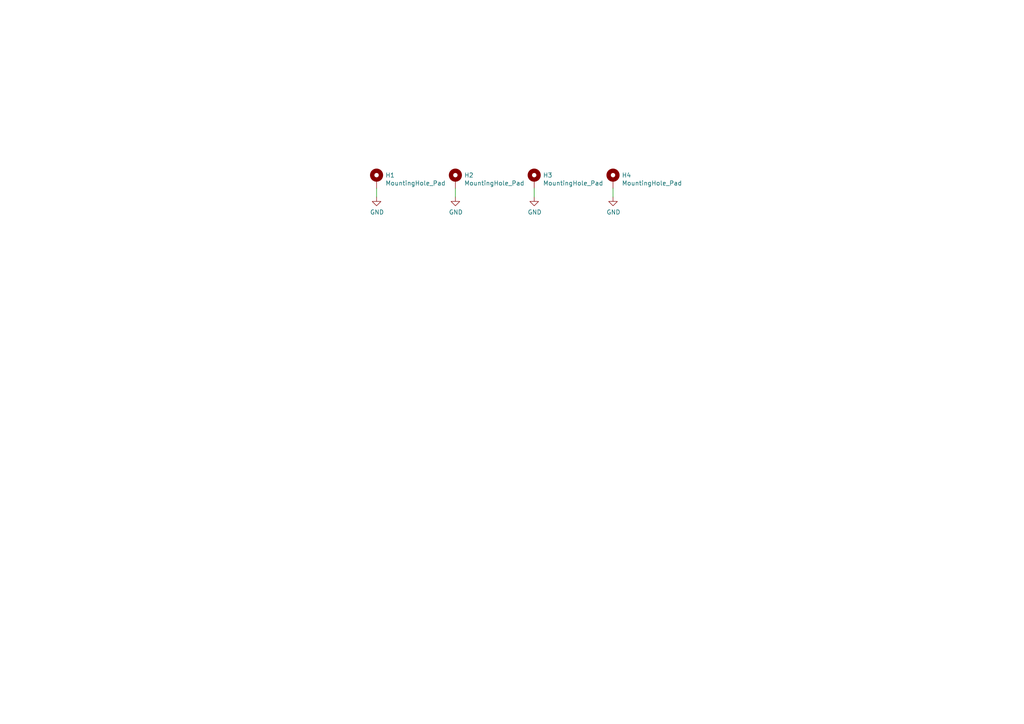
<source format=kicad_sch>
(kicad_sch (version 20230121) (generator eeschema)
  (paper "A4")
  (lib_symbols
    (symbol "Mechanical:MountingHole_Pad" (pin_numbers hide) (pin_names (offset 1.016) hide)
      (property "Reference" "H" (at 0 6.35 0))
      (property "Value" "MountingHole_Pad" (at 0 4.445 0))
      (symbol "MountingHole_Pad_0_1"
        (circle (center 0 1.27) (radius 1.27) (stroke (width 1.27)))
      )
      (symbol "MountingHole_Pad_1_1"
        (pin input line (at 0 -2.54 90) (length 2.54) (name "1") (number "1"))
      )
    )
    (symbol "power:GND" (power) (pin_names (offset 0))
      (property "Value" "GND" (at 0 -3.81 0))
      (symbol "GND_0_1"
        (polyline (pts (xy 0 0) (xy 0 -1.27) (xy 1.27 -1.27) (xy 0 -2.54) (xy -1.27 -1.27) (xy 0 -1.27)))
      )
      (symbol "GND_1_1"
        (pin power_in line (at 0 0 270) (length 0) hide (name "GND") (number "1"))
      )
    )
  )
  (wire (pts (xy 109.22 54.61) (xy 109.22 57.15)))
  (wire (pts (xy 132.08 54.61) (xy 132.08 57.15)))
  (wire (pts (xy 154.94 54.61) (xy 154.94 57.15)))
  (wire (pts (xy 177.8 54.61) (xy 177.8 57.15)))
  (symbol (lib_id "power:GND") (at 177.8 57.15 0) (unit 1)
    (property "Reference" "#PWR04" (effects hide))
    (property "Value" "GND" (at 177.927 61.5442 0))
  )
  (symbol (lib_id "power:GND") (at 109.22 57.15 0) (unit 1)
    (property "Reference" "#PWR01" (effects hide))
    (property "Value" "GND" (at 109.347 61.5442 0))
  )
  (symbol (lib_id "power:GND") (at 154.94 57.15 0) (unit 1)
    (property "Reference" "#PWR03" (effects hide))
    (property "Value" "GND" (at 155.067 61.5442 0))
  )
  (symbol (lib_id "Mechanical:MountingHole_Pad") (at 154.94 52.07 0) (unit 1)
    (property "Reference" "H3" (at 157.48 50.8254 0) (effects (justify left)))
    (property "Value" "MountingHole_Pad" (at 157.48 53.1368 0) (effects (justify left)))
    (property "Footprint" "MountingHole:MountingHole_3.2mm_M3_Pad" (effects hide))
  )
  (symbol (lib_id "Mechanical:MountingHole_Pad") (at 109.22 52.07 0) (unit 1)
    (property "Reference" "H1" (at 111.76 50.8254 0) (effects (justify left)))
    (property "Value" "MountingHole_Pad" (at 111.76 53.1368 0) (effects (justify left)))
    (property "Footprint" "MountingHole:MountingHole_3.2mm_M3_Pad" (effects hide))
  )
  (symbol (lib_id "Mechanical:MountingHole_Pad") (at 177.8 52.07 0) (unit 1)
    (property "Reference" "H4" (at 180.34 50.8254 0) (effects (justify left)))
    (property "Value" "MountingHole_Pad" (at 180.34 53.1368 0) (effects (justify left)))
    (property "Footprint" "MountingHole:MountingHole_3.2mm_M3_Pad" (effects hide))
  )
  (symbol (lib_id "power:GND") (at 132.08 57.15 0) (unit 1)
    (property "Reference" "#PWR02" (effects hide))
    (property "Value" "GND" (at 132.207 61.5442 0))
  )
  (symbol (lib_id "Mechanical:MountingHole_Pad") (at 132.08 52.07 0) (unit 1)
    (property "Reference" "H2" (at 134.62 50.8254 0) (effects (justify left)))
    (property "Value" "MountingHole_Pad" (at 134.62 53.1368 0) (effects (justify left)))
    (property "Footprint" "MountingHole:MountingHole_3.2mm_M3_Pad" (effects hide))
  )
)
</source>
